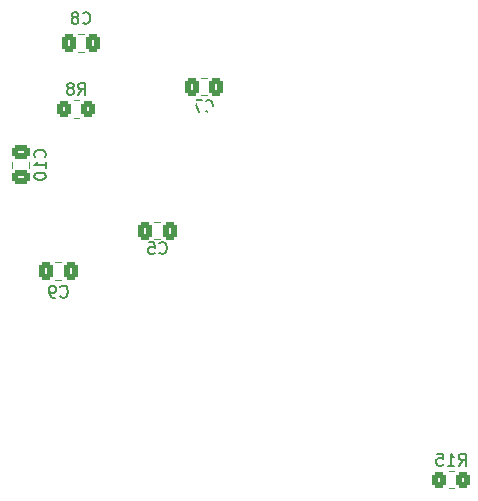
<source format=gbo>
G04 #@! TF.GenerationSoftware,KiCad,Pcbnew,7.0.10*
G04 #@! TF.CreationDate,2024-03-08T11:35:51-05:00*
G04 #@! TF.ProjectId,swipe-stack-hub,73776970-652d-4737-9461-636b2d687562,rev?*
G04 #@! TF.SameCoordinates,Original*
G04 #@! TF.FileFunction,Legend,Bot*
G04 #@! TF.FilePolarity,Positive*
%FSLAX46Y46*%
G04 Gerber Fmt 4.6, Leading zero omitted, Abs format (unit mm)*
G04 Created by KiCad (PCBNEW 7.0.10) date 2024-03-08 11:35:51*
%MOMM*%
%LPD*%
G01*
G04 APERTURE LIST*
G04 Aperture macros list*
%AMRoundRect*
0 Rectangle with rounded corners*
0 $1 Rounding radius*
0 $2 $3 $4 $5 $6 $7 $8 $9 X,Y pos of 4 corners*
0 Add a 4 corners polygon primitive as box body*
4,1,4,$2,$3,$4,$5,$6,$7,$8,$9,$2,$3,0*
0 Add four circle primitives for the rounded corners*
1,1,$1+$1,$2,$3*
1,1,$1+$1,$4,$5*
1,1,$1+$1,$6,$7*
1,1,$1+$1,$8,$9*
0 Add four rect primitives between the rounded corners*
20,1,$1+$1,$2,$3,$4,$5,0*
20,1,$1+$1,$4,$5,$6,$7,0*
20,1,$1+$1,$6,$7,$8,$9,0*
20,1,$1+$1,$8,$9,$2,$3,0*%
G04 Aperture macros list end*
%ADD10C,0.150000*%
%ADD11C,0.120000*%
%ADD12R,1.600000X1.600000*%
%ADD13C,1.600000*%
%ADD14RoundRect,0.250001X1.099999X1.099999X-1.099999X1.099999X-1.099999X-1.099999X1.099999X-1.099999X0*%
%ADD15C,2.700000*%
%ADD16RoundRect,0.250001X-1.099999X1.099999X-1.099999X-1.099999X1.099999X-1.099999X1.099999X1.099999X0*%
%ADD17C,1.450000*%
%ADD18C,4.000000*%
%ADD19C,1.800000*%
%ADD20C,3.000000*%
%ADD21RoundRect,0.250000X-0.600000X0.600000X-0.600000X-0.600000X0.600000X-0.600000X0.600000X0.600000X0*%
%ADD22C,1.700000*%
%ADD23R,1.700000X1.700000*%
%ADD24C,2.000000*%
%ADD25R,2.400000X2.400000*%
%ADD26C,2.400000*%
%ADD27RoundRect,0.250000X0.350000X0.450000X-0.350000X0.450000X-0.350000X-0.450000X0.350000X-0.450000X0*%
%ADD28RoundRect,0.250000X0.337500X0.475000X-0.337500X0.475000X-0.337500X-0.475000X0.337500X-0.475000X0*%
%ADD29RoundRect,0.250000X-0.337500X-0.475000X0.337500X-0.475000X0.337500X0.475000X-0.337500X0.475000X0*%
%ADD30RoundRect,0.250000X0.475000X-0.337500X0.475000X0.337500X-0.475000X0.337500X-0.475000X-0.337500X0*%
%ADD31C,0.800000*%
G04 APERTURE END LIST*
D10*
X160789857Y-144854819D02*
X161123190Y-144378628D01*
X161361285Y-144854819D02*
X161361285Y-143854819D01*
X161361285Y-143854819D02*
X160980333Y-143854819D01*
X160980333Y-143854819D02*
X160885095Y-143902438D01*
X160885095Y-143902438D02*
X160837476Y-143950057D01*
X160837476Y-143950057D02*
X160789857Y-144045295D01*
X160789857Y-144045295D02*
X160789857Y-144188152D01*
X160789857Y-144188152D02*
X160837476Y-144283390D01*
X160837476Y-144283390D02*
X160885095Y-144331009D01*
X160885095Y-144331009D02*
X160980333Y-144378628D01*
X160980333Y-144378628D02*
X161361285Y-144378628D01*
X159837476Y-144854819D02*
X160408904Y-144854819D01*
X160123190Y-144854819D02*
X160123190Y-143854819D01*
X160123190Y-143854819D02*
X160218428Y-143997676D01*
X160218428Y-143997676D02*
X160313666Y-144092914D01*
X160313666Y-144092914D02*
X160408904Y-144140533D01*
X158932714Y-143854819D02*
X159408904Y-143854819D01*
X159408904Y-143854819D02*
X159456523Y-144331009D01*
X159456523Y-144331009D02*
X159408904Y-144283390D01*
X159408904Y-144283390D02*
X159313666Y-144235771D01*
X159313666Y-144235771D02*
X159075571Y-144235771D01*
X159075571Y-144235771D02*
X158980333Y-144283390D01*
X158980333Y-144283390D02*
X158932714Y-144331009D01*
X158932714Y-144331009D02*
X158885095Y-144426247D01*
X158885095Y-144426247D02*
X158885095Y-144664342D01*
X158885095Y-144664342D02*
X158932714Y-144759580D01*
X158932714Y-144759580D02*
X158980333Y-144807200D01*
X158980333Y-144807200D02*
X159075571Y-144854819D01*
X159075571Y-144854819D02*
X159313666Y-144854819D01*
X159313666Y-144854819D02*
X159408904Y-144807200D01*
X159408904Y-144807200D02*
X159456523Y-144759580D01*
X127061166Y-130534580D02*
X127108785Y-130582200D01*
X127108785Y-130582200D02*
X127251642Y-130629819D01*
X127251642Y-130629819D02*
X127346880Y-130629819D01*
X127346880Y-130629819D02*
X127489737Y-130582200D01*
X127489737Y-130582200D02*
X127584975Y-130486961D01*
X127584975Y-130486961D02*
X127632594Y-130391723D01*
X127632594Y-130391723D02*
X127680213Y-130201247D01*
X127680213Y-130201247D02*
X127680213Y-130058390D01*
X127680213Y-130058390D02*
X127632594Y-129867914D01*
X127632594Y-129867914D02*
X127584975Y-129772676D01*
X127584975Y-129772676D02*
X127489737Y-129677438D01*
X127489737Y-129677438D02*
X127346880Y-129629819D01*
X127346880Y-129629819D02*
X127251642Y-129629819D01*
X127251642Y-129629819D02*
X127108785Y-129677438D01*
X127108785Y-129677438D02*
X127061166Y-129725057D01*
X126584975Y-130629819D02*
X126394499Y-130629819D01*
X126394499Y-130629819D02*
X126299261Y-130582200D01*
X126299261Y-130582200D02*
X126251642Y-130534580D01*
X126251642Y-130534580D02*
X126156404Y-130391723D01*
X126156404Y-130391723D02*
X126108785Y-130201247D01*
X126108785Y-130201247D02*
X126108785Y-129820295D01*
X126108785Y-129820295D02*
X126156404Y-129725057D01*
X126156404Y-129725057D02*
X126204023Y-129677438D01*
X126204023Y-129677438D02*
X126299261Y-129629819D01*
X126299261Y-129629819D02*
X126489737Y-129629819D01*
X126489737Y-129629819D02*
X126584975Y-129677438D01*
X126584975Y-129677438D02*
X126632594Y-129725057D01*
X126632594Y-129725057D02*
X126680213Y-129820295D01*
X126680213Y-129820295D02*
X126680213Y-130058390D01*
X126680213Y-130058390D02*
X126632594Y-130153628D01*
X126632594Y-130153628D02*
X126584975Y-130201247D01*
X126584975Y-130201247D02*
X126489737Y-130248866D01*
X126489737Y-130248866D02*
X126299261Y-130248866D01*
X126299261Y-130248866D02*
X126204023Y-130201247D01*
X126204023Y-130201247D02*
X126156404Y-130153628D01*
X126156404Y-130153628D02*
X126108785Y-130058390D01*
X139358666Y-114815580D02*
X139406285Y-114863200D01*
X139406285Y-114863200D02*
X139549142Y-114910819D01*
X139549142Y-114910819D02*
X139644380Y-114910819D01*
X139644380Y-114910819D02*
X139787237Y-114863200D01*
X139787237Y-114863200D02*
X139882475Y-114767961D01*
X139882475Y-114767961D02*
X139930094Y-114672723D01*
X139930094Y-114672723D02*
X139977713Y-114482247D01*
X139977713Y-114482247D02*
X139977713Y-114339390D01*
X139977713Y-114339390D02*
X139930094Y-114148914D01*
X139930094Y-114148914D02*
X139882475Y-114053676D01*
X139882475Y-114053676D02*
X139787237Y-113958438D01*
X139787237Y-113958438D02*
X139644380Y-113910819D01*
X139644380Y-113910819D02*
X139549142Y-113910819D01*
X139549142Y-113910819D02*
X139406285Y-113958438D01*
X139406285Y-113958438D02*
X139358666Y-114006057D01*
X139025332Y-113910819D02*
X138358666Y-113910819D01*
X138358666Y-113910819D02*
X138787237Y-114910819D01*
X135443166Y-126851580D02*
X135490785Y-126899200D01*
X135490785Y-126899200D02*
X135633642Y-126946819D01*
X135633642Y-126946819D02*
X135728880Y-126946819D01*
X135728880Y-126946819D02*
X135871737Y-126899200D01*
X135871737Y-126899200D02*
X135966975Y-126803961D01*
X135966975Y-126803961D02*
X136014594Y-126708723D01*
X136014594Y-126708723D02*
X136062213Y-126518247D01*
X136062213Y-126518247D02*
X136062213Y-126375390D01*
X136062213Y-126375390D02*
X136014594Y-126184914D01*
X136014594Y-126184914D02*
X135966975Y-126089676D01*
X135966975Y-126089676D02*
X135871737Y-125994438D01*
X135871737Y-125994438D02*
X135728880Y-125946819D01*
X135728880Y-125946819D02*
X135633642Y-125946819D01*
X135633642Y-125946819D02*
X135490785Y-125994438D01*
X135490785Y-125994438D02*
X135443166Y-126042057D01*
X134538404Y-125946819D02*
X135014594Y-125946819D01*
X135014594Y-125946819D02*
X135062213Y-126423009D01*
X135062213Y-126423009D02*
X135014594Y-126375390D01*
X135014594Y-126375390D02*
X134919356Y-126327771D01*
X134919356Y-126327771D02*
X134681261Y-126327771D01*
X134681261Y-126327771D02*
X134586023Y-126375390D01*
X134586023Y-126375390D02*
X134538404Y-126423009D01*
X134538404Y-126423009D02*
X134490785Y-126518247D01*
X134490785Y-126518247D02*
X134490785Y-126756342D01*
X134490785Y-126756342D02*
X134538404Y-126851580D01*
X134538404Y-126851580D02*
X134586023Y-126899200D01*
X134586023Y-126899200D02*
X134681261Y-126946819D01*
X134681261Y-126946819D02*
X134919356Y-126946819D01*
X134919356Y-126946819D02*
X135014594Y-126899200D01*
X135014594Y-126899200D02*
X135062213Y-126851580D01*
X128563666Y-113485819D02*
X128896999Y-113009628D01*
X129135094Y-113485819D02*
X129135094Y-112485819D01*
X129135094Y-112485819D02*
X128754142Y-112485819D01*
X128754142Y-112485819D02*
X128658904Y-112533438D01*
X128658904Y-112533438D02*
X128611285Y-112581057D01*
X128611285Y-112581057D02*
X128563666Y-112676295D01*
X128563666Y-112676295D02*
X128563666Y-112819152D01*
X128563666Y-112819152D02*
X128611285Y-112914390D01*
X128611285Y-112914390D02*
X128658904Y-112962009D01*
X128658904Y-112962009D02*
X128754142Y-113009628D01*
X128754142Y-113009628D02*
X129135094Y-113009628D01*
X127992237Y-112914390D02*
X128087475Y-112866771D01*
X128087475Y-112866771D02*
X128135094Y-112819152D01*
X128135094Y-112819152D02*
X128182713Y-112723914D01*
X128182713Y-112723914D02*
X128182713Y-112676295D01*
X128182713Y-112676295D02*
X128135094Y-112581057D01*
X128135094Y-112581057D02*
X128087475Y-112533438D01*
X128087475Y-112533438D02*
X127992237Y-112485819D01*
X127992237Y-112485819D02*
X127801761Y-112485819D01*
X127801761Y-112485819D02*
X127706523Y-112533438D01*
X127706523Y-112533438D02*
X127658904Y-112581057D01*
X127658904Y-112581057D02*
X127611285Y-112676295D01*
X127611285Y-112676295D02*
X127611285Y-112723914D01*
X127611285Y-112723914D02*
X127658904Y-112819152D01*
X127658904Y-112819152D02*
X127706523Y-112866771D01*
X127706523Y-112866771D02*
X127801761Y-112914390D01*
X127801761Y-112914390D02*
X127992237Y-112914390D01*
X127992237Y-112914390D02*
X128087475Y-112962009D01*
X128087475Y-112962009D02*
X128135094Y-113009628D01*
X128135094Y-113009628D02*
X128182713Y-113104866D01*
X128182713Y-113104866D02*
X128182713Y-113295342D01*
X128182713Y-113295342D02*
X128135094Y-113390580D01*
X128135094Y-113390580D02*
X128087475Y-113438200D01*
X128087475Y-113438200D02*
X127992237Y-113485819D01*
X127992237Y-113485819D02*
X127801761Y-113485819D01*
X127801761Y-113485819D02*
X127706523Y-113438200D01*
X127706523Y-113438200D02*
X127658904Y-113390580D01*
X127658904Y-113390580D02*
X127611285Y-113295342D01*
X127611285Y-113295342D02*
X127611285Y-113104866D01*
X127611285Y-113104866D02*
X127658904Y-113009628D01*
X127658904Y-113009628D02*
X127706523Y-112962009D01*
X127706523Y-112962009D02*
X127801761Y-112914390D01*
X128966166Y-107377580D02*
X129013785Y-107425200D01*
X129013785Y-107425200D02*
X129156642Y-107472819D01*
X129156642Y-107472819D02*
X129251880Y-107472819D01*
X129251880Y-107472819D02*
X129394737Y-107425200D01*
X129394737Y-107425200D02*
X129489975Y-107329961D01*
X129489975Y-107329961D02*
X129537594Y-107234723D01*
X129537594Y-107234723D02*
X129585213Y-107044247D01*
X129585213Y-107044247D02*
X129585213Y-106901390D01*
X129585213Y-106901390D02*
X129537594Y-106710914D01*
X129537594Y-106710914D02*
X129489975Y-106615676D01*
X129489975Y-106615676D02*
X129394737Y-106520438D01*
X129394737Y-106520438D02*
X129251880Y-106472819D01*
X129251880Y-106472819D02*
X129156642Y-106472819D01*
X129156642Y-106472819D02*
X129013785Y-106520438D01*
X129013785Y-106520438D02*
X128966166Y-106568057D01*
X128394737Y-106901390D02*
X128489975Y-106853771D01*
X128489975Y-106853771D02*
X128537594Y-106806152D01*
X128537594Y-106806152D02*
X128585213Y-106710914D01*
X128585213Y-106710914D02*
X128585213Y-106663295D01*
X128585213Y-106663295D02*
X128537594Y-106568057D01*
X128537594Y-106568057D02*
X128489975Y-106520438D01*
X128489975Y-106520438D02*
X128394737Y-106472819D01*
X128394737Y-106472819D02*
X128204261Y-106472819D01*
X128204261Y-106472819D02*
X128109023Y-106520438D01*
X128109023Y-106520438D02*
X128061404Y-106568057D01*
X128061404Y-106568057D02*
X128013785Y-106663295D01*
X128013785Y-106663295D02*
X128013785Y-106710914D01*
X128013785Y-106710914D02*
X128061404Y-106806152D01*
X128061404Y-106806152D02*
X128109023Y-106853771D01*
X128109023Y-106853771D02*
X128204261Y-106901390D01*
X128204261Y-106901390D02*
X128394737Y-106901390D01*
X128394737Y-106901390D02*
X128489975Y-106949009D01*
X128489975Y-106949009D02*
X128537594Y-106996628D01*
X128537594Y-106996628D02*
X128585213Y-107091866D01*
X128585213Y-107091866D02*
X128585213Y-107282342D01*
X128585213Y-107282342D02*
X128537594Y-107377580D01*
X128537594Y-107377580D02*
X128489975Y-107425200D01*
X128489975Y-107425200D02*
X128394737Y-107472819D01*
X128394737Y-107472819D02*
X128204261Y-107472819D01*
X128204261Y-107472819D02*
X128109023Y-107425200D01*
X128109023Y-107425200D02*
X128061404Y-107377580D01*
X128061404Y-107377580D02*
X128013785Y-107282342D01*
X128013785Y-107282342D02*
X128013785Y-107091866D01*
X128013785Y-107091866D02*
X128061404Y-106996628D01*
X128061404Y-106996628D02*
X128109023Y-106949009D01*
X128109023Y-106949009D02*
X128204261Y-106901390D01*
X125737580Y-118737142D02*
X125785200Y-118689523D01*
X125785200Y-118689523D02*
X125832819Y-118546666D01*
X125832819Y-118546666D02*
X125832819Y-118451428D01*
X125832819Y-118451428D02*
X125785200Y-118308571D01*
X125785200Y-118308571D02*
X125689961Y-118213333D01*
X125689961Y-118213333D02*
X125594723Y-118165714D01*
X125594723Y-118165714D02*
X125404247Y-118118095D01*
X125404247Y-118118095D02*
X125261390Y-118118095D01*
X125261390Y-118118095D02*
X125070914Y-118165714D01*
X125070914Y-118165714D02*
X124975676Y-118213333D01*
X124975676Y-118213333D02*
X124880438Y-118308571D01*
X124880438Y-118308571D02*
X124832819Y-118451428D01*
X124832819Y-118451428D02*
X124832819Y-118546666D01*
X124832819Y-118546666D02*
X124880438Y-118689523D01*
X124880438Y-118689523D02*
X124928057Y-118737142D01*
X125832819Y-119689523D02*
X125832819Y-119118095D01*
X125832819Y-119403809D02*
X124832819Y-119403809D01*
X124832819Y-119403809D02*
X124975676Y-119308571D01*
X124975676Y-119308571D02*
X125070914Y-119213333D01*
X125070914Y-119213333D02*
X125118533Y-119118095D01*
X124832819Y-120308571D02*
X124832819Y-120403809D01*
X124832819Y-120403809D02*
X124880438Y-120499047D01*
X124880438Y-120499047D02*
X124928057Y-120546666D01*
X124928057Y-120546666D02*
X125023295Y-120594285D01*
X125023295Y-120594285D02*
X125213771Y-120641904D01*
X125213771Y-120641904D02*
X125451866Y-120641904D01*
X125451866Y-120641904D02*
X125642342Y-120594285D01*
X125642342Y-120594285D02*
X125737580Y-120546666D01*
X125737580Y-120546666D02*
X125785200Y-120499047D01*
X125785200Y-120499047D02*
X125832819Y-120403809D01*
X125832819Y-120403809D02*
X125832819Y-120308571D01*
X125832819Y-120308571D02*
X125785200Y-120213333D01*
X125785200Y-120213333D02*
X125737580Y-120165714D01*
X125737580Y-120165714D02*
X125642342Y-120118095D01*
X125642342Y-120118095D02*
X125451866Y-120070476D01*
X125451866Y-120070476D02*
X125213771Y-120070476D01*
X125213771Y-120070476D02*
X125023295Y-120118095D01*
X125023295Y-120118095D02*
X124928057Y-120165714D01*
X124928057Y-120165714D02*
X124880438Y-120213333D01*
X124880438Y-120213333D02*
X124832819Y-120308571D01*
D11*
X160374064Y-146785000D02*
X159919936Y-146785000D01*
X160374064Y-145315000D02*
X159919936Y-145315000D01*
X127134252Y-129132000D02*
X126611748Y-129132000D01*
X127134252Y-127662000D02*
X126611748Y-127662000D01*
X138930748Y-112041000D02*
X139453252Y-112041000D01*
X138930748Y-113511000D02*
X139453252Y-113511000D01*
X135516252Y-125703000D02*
X134993748Y-125703000D01*
X135516252Y-124233000D02*
X134993748Y-124233000D01*
X128624064Y-115416000D02*
X128169936Y-115416000D01*
X128624064Y-113946000D02*
X128169936Y-113946000D01*
X128516748Y-108358000D02*
X129039252Y-108358000D01*
X128516748Y-109828000D02*
X129039252Y-109828000D01*
X122963000Y-119641252D02*
X122963000Y-119118748D01*
X124433000Y-119641252D02*
X124433000Y-119118748D01*
%LPC*%
D12*
X107188000Y-144780000D03*
D13*
X107188000Y-142280000D03*
D14*
X156339500Y-153458000D03*
D15*
X152379500Y-153458000D03*
X148419500Y-153458000D03*
X144459500Y-153458000D03*
D16*
X95504000Y-134874000D03*
D15*
X95504000Y-138834000D03*
X95504000Y-142794000D03*
X95504000Y-146754000D03*
X95504000Y-150714000D03*
X95504000Y-154674000D03*
D17*
X174244000Y-155321000D03*
D14*
X172744000Y-151921000D03*
D15*
X168784000Y-151921000D03*
D18*
X191404000Y-131022000D03*
X191404000Y-139822000D03*
D19*
X184404000Y-137922000D03*
X184404000Y-135422000D03*
X184404000Y-132922000D03*
D20*
X193675000Y-92583000D03*
D21*
X142240000Y-90932000D03*
D22*
X142240000Y-93472000D03*
X139700000Y-90932000D03*
X139700000Y-93472000D03*
X137160000Y-90932000D03*
X137160000Y-93472000D03*
X134620000Y-90932000D03*
X134620000Y-93472000D03*
X132080000Y-90932000D03*
X132080000Y-93472000D03*
D23*
X149305705Y-100763705D03*
D24*
X132488000Y-154168000D03*
D23*
X152915705Y-100763705D03*
D20*
X176530000Y-136525000D03*
X108839000Y-104394000D03*
D25*
X152157729Y-139700000D03*
D26*
X147157729Y-139700000D03*
D25*
X186817000Y-147320000D03*
D26*
X186817000Y-152320000D03*
D23*
X156527705Y-100763705D03*
X160133705Y-100763705D03*
D27*
X161147000Y-146050000D03*
X159147000Y-146050000D03*
D28*
X127910500Y-128397000D03*
X125835500Y-128397000D03*
D29*
X138154500Y-112776000D03*
X140229500Y-112776000D03*
D28*
X136292500Y-124968000D03*
X134217500Y-124968000D03*
D27*
X129397000Y-114681000D03*
X127397000Y-114681000D03*
D29*
X127740500Y-109093000D03*
X129815500Y-109093000D03*
D30*
X123698000Y-120417500D03*
X123698000Y-118342500D03*
D31*
X116840000Y-96266000D03*
X182118000Y-95758000D03*
X195716000Y-102108000D03*
X177292000Y-94234000D03*
X187368000Y-94064000D03*
X114808000Y-151892000D03*
X112776000Y-151892000D03*
X108966000Y-148844000D03*
X126011000Y-145669000D03*
X104775000Y-126238000D03*
X195716000Y-99822000D03*
X122301000Y-150241000D03*
X122936000Y-94742000D03*
X126873000Y-125730000D03*
X157480000Y-118110000D03*
X151511000Y-112268000D03*
X101346000Y-108204000D03*
X134112000Y-122936000D03*
X110998000Y-151892000D03*
X104775000Y-122682000D03*
X126011000Y-155167000D03*
X195716000Y-104394000D03*
X124333000Y-102870000D03*
X108966000Y-147574000D03*
X139954000Y-114935000D03*
X116840000Y-98298000D03*
X114808000Y-94234000D03*
X130106149Y-110421149D03*
D20*
X195453000Y-108077000D03*
D31*
X101346000Y-109601000D03*
X182118000Y-97790000D03*
X123698000Y-111252000D03*
X162927705Y-107569000D03*
X137257000Y-124430000D03*
X143637000Y-103378000D03*
X113538000Y-105918000D03*
X137257000Y-129002000D03*
X162927705Y-104648000D03*
X138176000Y-114046000D03*
X128270000Y-126746000D03*
X165481000Y-107569000D03*
X127508000Y-110490000D03*
X165467705Y-104648000D03*
X115062000Y-109347000D03*
X122301000Y-114935000D03*
X116205000Y-118999000D03*
X110236000Y-117734375D03*
X105156000Y-117729000D03*
X119380000Y-119522352D03*
X190918000Y-119940705D03*
X164592000Y-124968000D03*
X191643000Y-117400705D03*
X133159500Y-117919500D03*
X191643000Y-116130705D03*
X163703000Y-124131705D03*
X146943653Y-117860653D03*
X191643000Y-114860705D03*
X139446000Y-128397000D03*
X139446000Y-125730000D03*
X151765000Y-121284604D03*
X147701000Y-126746000D03*
X132842000Y-116205000D03*
X150876000Y-120321705D03*
X141986000Y-107823000D03*
X141986000Y-97282000D03*
X137160000Y-97282000D03*
X135890000Y-110744000D03*
X104648000Y-132842000D03*
X121279571Y-132879000D03*
X105410000Y-133604000D03*
X122174000Y-133604000D03*
X122881108Y-134329000D03*
X106172000Y-134366000D03*
X100330000Y-143256000D03*
X135509000Y-114718000D03*
X146939000Y-115316000D03*
X157607000Y-104731205D03*
X154580898Y-104753103D03*
X146939000Y-112352666D03*
X146939000Y-111294333D03*
X152908000Y-104731205D03*
X149352000Y-104731205D03*
X146939000Y-110236000D03*
X102235000Y-105664000D03*
X111403893Y-120075424D03*
X112432605Y-120065954D03*
X101402948Y-104939000D03*
X134874000Y-120777000D03*
X118872000Y-127635000D03*
X171958000Y-145796000D03*
X130485000Y-114737000D03*
X110299500Y-127698500D03*
X117094000Y-113284000D03*
X146939000Y-113919000D03*
X182118000Y-102108000D03*
X144899975Y-115435975D03*
X182118000Y-99822000D03*
X132588000Y-133604000D03*
X124714000Y-130556000D03*
X189484000Y-118670705D03*
X151130000Y-122682000D03*
X169418000Y-143764000D03*
X132334000Y-121666000D03*
X168783000Y-148463000D03*
X120713500Y-118173500D03*
X165100000Y-151921000D03*
X165314000Y-144682000D03*
%LPD*%
M02*

</source>
